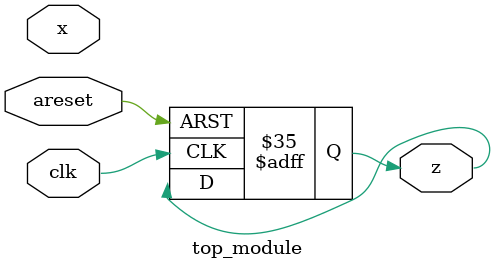
<source format=sv>
module top_module (
    input clk,
    input areset,
    input x,
    output reg z
);

reg [2:0] count;
reg [7:0] complement;
reg state;

parameter IDLE = 1'b0;
parameter COMPUTE = 1'b1;

always @(posedge clk, posedge areset) begin
    if (areset) begin
        state <= IDLE;
        count <= 0;
        complement <= 0;
        z <= 0;
    end
    else begin
        case (state)
            IDLE: begin
                if (count == 0 && !areset) begin
                    state <= COMPUTE;
                    count <= 1;
                    complement <= 0;
                end
            end
            COMPUTE: begin
                complement <= {complement[6:0], x};
                count <= count + 1;
                if (count == 8) begin
                    complement <= ~complement + 1;
                    z <= complement[0];
                    state <= IDLE;
                    count <= 0;
                end
            end
        endcase
    end
end

endmodule

</source>
